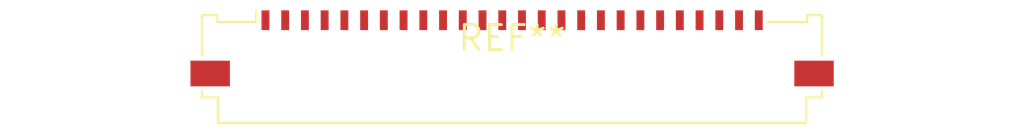
<source format=kicad_pcb>
(kicad_pcb (version 20240108) (generator pcbnew)
  (layers (0 "F.Cu" signal) (31 "B.Cu" signal) (34 "B.Paste" user) (35 "F.Paste" user) (36 "B.SilkS" user "B.Silkscreen") (37 "F.SilkS" user "F.Silkscreen") (38 "B.Mask" user) (39 "F.Mask" user) (44 "Edge.Cuts" user))
  (net 0 "")
  (footprint "Molex_200528-0260_1x26-1MP_P1.00mm_Horizontal" (layer "F.Cu") (at 0 0)
    (property "Reference" "REF**")
    (property "Value" "Molex_200528-0260_1x26-1MP_P1.00mm_Horizontal")
    (fp_line (start -15.71 -1.17) (end -15.71 0.88) (layer "F.SilkS") (stroke (width 0.12)))
    (fp_line (start -15.71 2.7) (end -15.71 3) (layer "F.SilkS") (stroke (width 0.12)))
    (fp_line (start -15.71 3) (end -14.91 3) (layer "F.SilkS") (stroke (width 0.12)))
    (fp_line (start -14.94 -1.17) (end -15.71 -1.17) (layer "F.SilkS") (stroke (width 0.12)))
    (fp_line (start -14.94 -0.82) (end -14.94 -1.17) (layer "F.SilkS") (stroke (width 0.12)))
    (fp_line (start -14.91 3) (end -14.91 4.3) (layer "F.SilkS") (stroke (width 0.12)))
    (fp_line (start -14.91 4.3) (end 14.91 4.3) (layer "F.SilkS") (stroke (width 0.12)))
    (fp_line (start -12.96 -1.41) (end -12.96 -0.82) (layer "F.SilkS") (stroke (width 0.12)))
    (fp_line (start -12.96 -0.82) (end -14.94 -0.82) (layer "F.SilkS") (stroke (width 0.12)))
    (fp_line (start 14.91 3) (end 15.71 3) (layer "F.SilkS") (stroke (width 0.12)))
    (fp_line (start 14.91 4.3) (end 14.91 3) (layer "F.SilkS") (stroke (width 0.12)))
    (fp_line (start 14.94 -1.17) (end 14.94 -0.82) (layer "F.SilkS") (stroke (width 0.12)))
    (fp_line (start 14.94 -0.82) (end 12.96 -0.82) (layer "F.SilkS") (stroke (width 0.12)))
    (fp_line (start 15.71 -1.17) (end 14.94 -1.17) (layer "F.SilkS") (stroke (width 0.12)))
    (fp_line (start 15.71 0.88) (end 15.71 -1.17) (layer "F.SilkS") (stroke (width 0.12)))
    (fp_line (start 15.71 3) (end 15.71 2.7) (layer "F.SilkS") (stroke (width 0.12)))
    (pad "1" smd rect (at -12.5 -0.91) (size 0.4 1) (layers "F.Cu" "F.Paste" "F.Mask"))
    (pad "2" smd rect (at -11.5 -0.91) (size 0.4 1) (layers "F.Cu" "F.Paste" "F.Mask"))
    (pad "3" smd rect (at -10.5 -0.91) (size 0.4 1) (layers "F.Cu" "F.Paste" "F.Mask"))
    (pad "4" smd rect (at -9.5 -0.91) (size 0.4 1) (layers "F.Cu" "F.Paste" "F.Mask"))
    (pad "5" smd rect (at -8.5 -0.91) (size 0.4 1) (layers "F.Cu" "F.Paste" "F.Mask"))
    (pad "6" smd rect (at -7.5 -0.91) (size 0.4 1) (layers "F.Cu" "F.Paste" "F.Mask"))
    (pad "7" smd rect (at -6.5 -0.91) (size 0.4 1) (layers "F.Cu" "F.Paste" "F.Mask"))
    (pad "8" smd rect (at -5.5 -0.91) (size 0.4 1) (layers "F.Cu" "F.Paste" "F.Mask"))
    (pad "9" smd rect (at -4.5 -0.91) (size 0.4 1) (layers "F.Cu" "F.Paste" "F.Mask"))
    (pad "10" smd rect (at -3.5 -0.91) (size 0.4 1) (layers "F.Cu" "F.Paste" "F.Mask"))
    (pad "11" smd rect (at -2.5 -0.91) (size 0.4 1) (layers "F.Cu" "F.Paste" "F.Mask"))
    (pad "12" smd rect (at -1.5 -0.91) (size 0.4 1) (layers "F.Cu" "F.Paste" "F.Mask"))
    (pad "13" smd rect (at -0.5 -0.91) (size 0.4 1) (layers "F.Cu" "F.Paste" "F.Mask"))
    (pad "14" smd rect (at 0.5 -0.91) (size 0.4 1) (layers "F.Cu" "F.Paste" "F.Mask"))
    (pad "15" smd rect (at 1.5 -0.91) (size 0.4 1) (layers "F.Cu" "F.Paste" "F.Mask"))
    (pad "16" smd rect (at 2.5 -0.91) (size 0.4 1) (layers "F.Cu" "F.Paste" "F.Mask"))
    (pad "17" smd rect (at 3.5 -0.91) (size 0.4 1) (layers "F.Cu" "F.Paste" "F.Mask"))
    (pad "18" smd rect (at 4.5 -0.91) (size 0.4 1) (layers "F.Cu" "F.Paste" "F.Mask"))
    (pad "19" smd rect (at 5.5 -0.91) (size 0.4 1) (layers "F.Cu" "F.Paste" "F.Mask"))
    (pad "20" smd rect (at 6.5 -0.91) (size 0.4 1) (layers "F.Cu" "F.Paste" "F.Mask"))
    (pad "21" smd rect (at 7.5 -0.91) (size 0.4 1) (layers "F.Cu" "F.Paste" "F.Mask"))
    (pad "22" smd rect (at 8.5 -0.91) (size 0.4 1) (layers "F.Cu" "F.Paste" "F.Mask"))
    (pad "23" smd rect (at 9.5 -0.91) (size 0.4 1) (layers "F.Cu" "F.Paste" "F.Mask"))
    (pad "24" smd rect (at 10.5 -0.91) (size 0.4 1) (layers "F.Cu" "F.Paste" "F.Mask"))
    (pad "25" smd rect (at 11.5 -0.91) (size 0.4 1) (layers "F.Cu" "F.Paste" "F.Mask"))
    (pad "26" smd rect (at 12.5 -0.91) (size 0.4 1) (layers "F.Cu" "F.Paste" "F.Mask"))
    (pad "MP" smd rect (at -15.3 1.79) (size 2 1.3) (layers "F.Cu" "F.Paste" "F.Mask"))
    (pad "MP" smd rect (at 15.3 1.79) (size 2 1.3) (layers "F.Cu" "F.Paste" "F.Mask"))
  )
)
</source>
